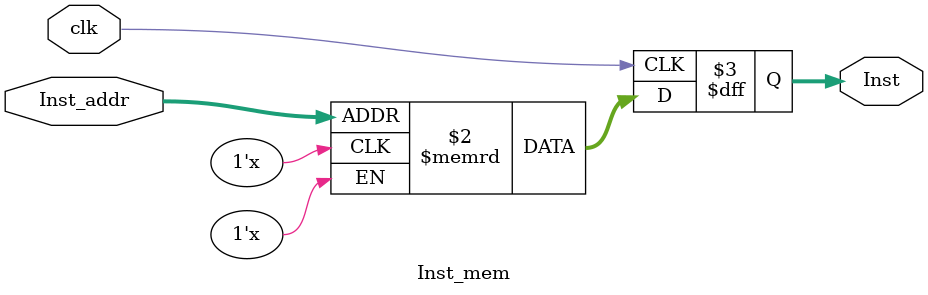
<source format=v>
`default_nettype none
`timescale 1ns / 1ps

module Inst_mem(
    input wire clk,
    input wire[31:0] Inst_addr,
    output reg[31:0] Inst 
    );
    reg[31:0]IMem[31:0];
    
    always @(posedge clk)begin
     Inst <= IMem[Inst_addr]; 
    end
endmodule

</source>
